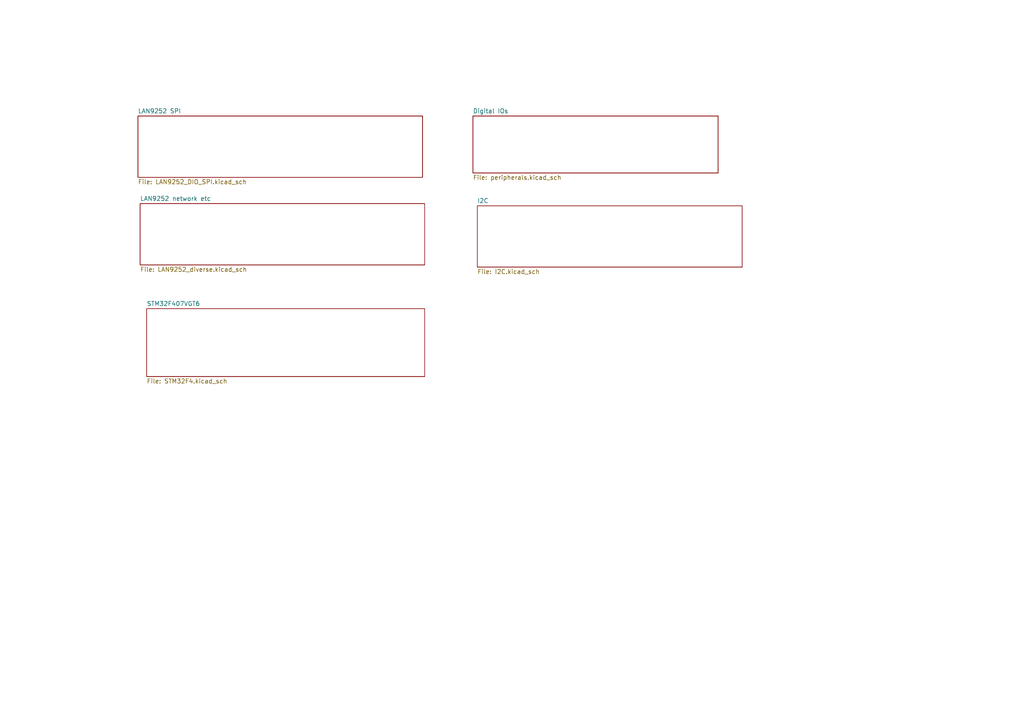
<source format=kicad_sch>
(kicad_sch
	(version 20231120)
	(generator "eeschema")
	(generator_version "8.0")
	(uuid "5597aedc-b607-407f-bbfd-31b3b298ecb1")
	(paper "A4")
	(title_block
		(title "THCAD reader")
	)
	(lib_symbols)
	(sheet
		(at 40.64 59.055)
		(size 82.55 17.78)
		(fields_autoplaced yes)
		(stroke
			(width 0.1524)
			(type solid)
		)
		(fill
			(color 0 0 0 0.0000)
		)
		(uuid "650f1ee4-2ce7-4e9d-a70d-f9d8defa5d03")
		(property "Sheetname" "LAN9252 network etc"
			(at 40.64 58.3434 0)
			(effects
				(font
					(size 1.27 1.27)
				)
				(justify left bottom)
			)
		)
		(property "Sheetfile" "LAN9252_diverse.kicad_sch"
			(at 40.64 77.4196 0)
			(effects
				(font
					(size 1.27 1.27)
				)
				(justify left top)
			)
		)
		(instances
			(project "EaserCAT-7000"
				(path "/5597aedc-b607-407f-bbfd-31b3b298ecb1"
					(page "3")
				)
			)
		)
	)
	(sheet
		(at 138.43 59.69)
		(size 76.835 17.78)
		(fields_autoplaced yes)
		(stroke
			(width 0.1524)
			(type solid)
		)
		(fill
			(color 0 0 0 0.0000)
		)
		(uuid "6bc8268b-123e-4904-80e9-de4fbe627e3b")
		(property "Sheetname" "I2C"
			(at 138.43 58.9784 0)
			(effects
				(font
					(size 1.27 1.27)
				)
				(justify left bottom)
			)
		)
		(property "Sheetfile" "I2C.kicad_sch"
			(at 138.43 78.0546 0)
			(effects
				(font
					(size 1.27 1.27)
				)
				(justify left top)
			)
		)
		(instances
			(project "EaserCAT-7000"
				(path "/5597aedc-b607-407f-bbfd-31b3b298ecb1"
					(page "7")
				)
			)
		)
	)
	(sheet
		(at 137.16 33.655)
		(size 71.12 16.51)
		(fields_autoplaced yes)
		(stroke
			(width 0.1524)
			(type solid)
		)
		(fill
			(color 0 0 0 0.0000)
		)
		(uuid "b6f9794d-a1ac-41d9-a609-de182b88f0f8")
		(property "Sheetname" "Digital IOs"
			(at 137.16 32.9434 0)
			(effects
				(font
					(size 1.27 1.27)
				)
				(justify left bottom)
			)
		)
		(property "Sheetfile" "peripherals.kicad_sch"
			(at 137.16 50.7496 0)
			(effects
				(font
					(size 1.27 1.27)
				)
				(justify left top)
			)
		)
		(instances
			(project "EaserCAT-7000"
				(path "/5597aedc-b607-407f-bbfd-31b3b298ecb1"
					(page "6")
				)
			)
		)
	)
	(sheet
		(at 40.005 33.655)
		(size 82.55 17.78)
		(fields_autoplaced yes)
		(stroke
			(width 0.1524)
			(type solid)
		)
		(fill
			(color 0 0 0 0.0000)
		)
		(uuid "bb884533-7795-46fd-b0b1-55ff193103ce")
		(property "Sheetname" "LAN9252 SPI"
			(at 40.005 32.9434 0)
			(effects
				(font
					(size 1.27 1.27)
				)
				(justify left bottom)
			)
		)
		(property "Sheetfile" "LAN9252_DIO_SPI.kicad_sch"
			(at 40.005 52.0196 0)
			(effects
				(font
					(size 1.27 1.27)
				)
				(justify left top)
			)
		)
		(instances
			(project "EaserCAT-7000"
				(path "/5597aedc-b607-407f-bbfd-31b3b298ecb1"
					(page "2")
				)
			)
		)
	)
	(sheet
		(at 42.545 89.535)
		(size 80.645 19.685)
		(fields_autoplaced yes)
		(stroke
			(width 0.1524)
			(type solid)
		)
		(fill
			(color 0 0 0 0.0000)
		)
		(uuid "d564400f-40ba-4aca-9c2a-14ec52a8353b")
		(property "Sheetname" "STM32F407VGT6"
			(at 42.545 88.8234 0)
			(effects
				(font
					(size 1.27 1.27)
				)
				(justify left bottom)
			)
		)
		(property "Sheetfile" "STM32F4.kicad_sch"
			(at 42.545 109.8046 0)
			(effects
				(font
					(size 1.27 1.27)
				)
				(justify left top)
			)
		)
		(instances
			(project "EaserCAT-7000"
				(path "/5597aedc-b607-407f-bbfd-31b3b298ecb1"
					(page "4")
				)
			)
		)
	)
	(sheet_instances
		(path "/"
			(page "1")
		)
	)
)

</source>
